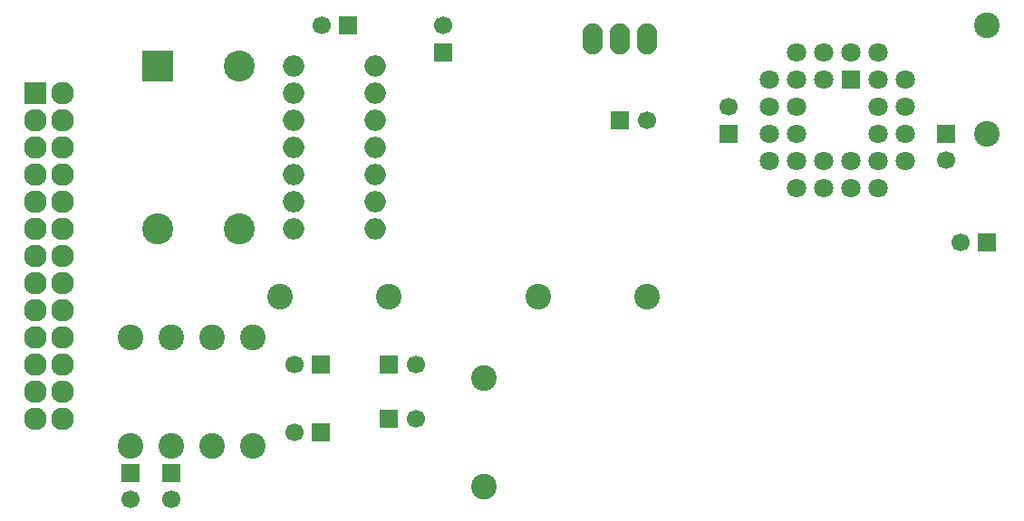
<source format=gbr>
G04 #@! TF.FileFunction,Soldermask,Bot*
%FSLAX46Y46*%
G04 Gerber Fmt 4.6, Leading zero omitted, Abs format (unit mm)*
G04 Created by KiCad (PCBNEW 4.0.5+dfsg1-4) date Sat Oct  6 15:16:14 2018*
%MOMM*%
%LPD*%
G01*
G04 APERTURE LIST*
%ADD10C,0.100000*%
%ADD11R,2.899360X2.899360*%
%ADD12C,2.899360*%
%ADD13R,1.700000X1.700000*%
%ADD14C,1.700000*%
%ADD15R,2.127200X2.127200*%
%ADD16O,2.127200X2.127200*%
%ADD17R,1.797000X1.797000*%
%ADD18C,1.797000*%
%ADD19O,1.901140X2.899360*%
%ADD20O,2.000000X2.000000*%
%ADD21C,2.398980*%
G04 APERTURE END LIST*
D10*
D11*
X95250000Y-60960000D03*
D12*
X95250000Y-76200000D03*
X102870000Y-76200000D03*
X102870000Y-60960000D03*
D13*
X148590000Y-67310000D03*
D14*
X148590000Y-64810000D03*
D13*
X168910000Y-67310000D03*
D14*
X168910000Y-69810000D03*
D13*
X116840000Y-93980000D03*
D14*
X119340000Y-93980000D03*
D13*
X116840000Y-88900000D03*
D14*
X119340000Y-88900000D03*
D13*
X92710000Y-99060000D03*
D14*
X92710000Y-101560000D03*
D13*
X96520000Y-99060000D03*
D14*
X96520000Y-101560000D03*
D13*
X172720000Y-77470000D03*
D14*
X170220000Y-77470000D03*
D13*
X121920000Y-59690000D03*
D14*
X121920000Y-57190000D03*
D13*
X138430000Y-66040000D03*
D14*
X140930000Y-66040000D03*
D13*
X110490000Y-95250000D03*
D14*
X107990000Y-95250000D03*
D13*
X110490000Y-88900000D03*
D14*
X107990000Y-88900000D03*
D15*
X83820000Y-63500000D03*
D16*
X86360000Y-63500000D03*
X83820000Y-66040000D03*
X86360000Y-66040000D03*
X83820000Y-68580000D03*
X86360000Y-68580000D03*
X83820000Y-71120000D03*
X86360000Y-71120000D03*
X83820000Y-73660000D03*
X86360000Y-73660000D03*
X83820000Y-76200000D03*
X86360000Y-76200000D03*
X83820000Y-78740000D03*
X86360000Y-78740000D03*
X83820000Y-81280000D03*
X86360000Y-81280000D03*
X83820000Y-83820000D03*
X86360000Y-83820000D03*
X83820000Y-86360000D03*
X86360000Y-86360000D03*
X83820000Y-88900000D03*
X86360000Y-88900000D03*
X83820000Y-91440000D03*
X86360000Y-91440000D03*
X83820000Y-93980000D03*
X86360000Y-93980000D03*
D17*
X160020000Y-62230000D03*
D18*
X157480000Y-59690000D03*
X157480000Y-62230000D03*
X154940000Y-59690000D03*
X152400000Y-62230000D03*
X154940000Y-62230000D03*
X152400000Y-64770000D03*
X154940000Y-64770000D03*
X152400000Y-67310000D03*
X154940000Y-67310000D03*
X152400000Y-69850000D03*
X154940000Y-72390000D03*
X154940000Y-69850000D03*
X157480000Y-72390000D03*
X157480000Y-69850000D03*
X160020000Y-72390000D03*
X160020000Y-69850000D03*
X162560000Y-72390000D03*
X165100000Y-69850000D03*
X162560000Y-69850000D03*
X165100000Y-67310000D03*
X162560000Y-67310000D03*
X165100000Y-64770000D03*
X162560000Y-64770000D03*
X165100000Y-62230000D03*
X162560000Y-59690000D03*
X162560000Y-62230000D03*
X160020000Y-59690000D03*
D19*
X138430000Y-58420000D03*
X140970000Y-58420000D03*
X135890000Y-58420000D03*
D20*
X107950000Y-60960000D03*
X107950000Y-63500000D03*
X107950000Y-66040000D03*
X107950000Y-68580000D03*
X107950000Y-71120000D03*
X107950000Y-73660000D03*
X107950000Y-76200000D03*
X115570000Y-76200000D03*
X115570000Y-73660000D03*
X115570000Y-71120000D03*
X115570000Y-68580000D03*
X115570000Y-66040000D03*
X115570000Y-63500000D03*
X115570000Y-60960000D03*
D13*
X113030000Y-57150000D03*
D14*
X110530000Y-57150000D03*
D21*
X172720000Y-57150000D03*
X172720000Y-67310000D03*
X104140000Y-86360000D03*
X104140000Y-96520000D03*
X125730000Y-90170000D03*
X125730000Y-100330000D03*
X92710000Y-96520000D03*
X92710000Y-86360000D03*
X96520000Y-96520000D03*
X96520000Y-86360000D03*
X130810000Y-82550000D03*
X140970000Y-82550000D03*
X116840000Y-82550000D03*
X106680000Y-82550000D03*
X100330000Y-86360000D03*
X100330000Y-96520000D03*
M02*

</source>
